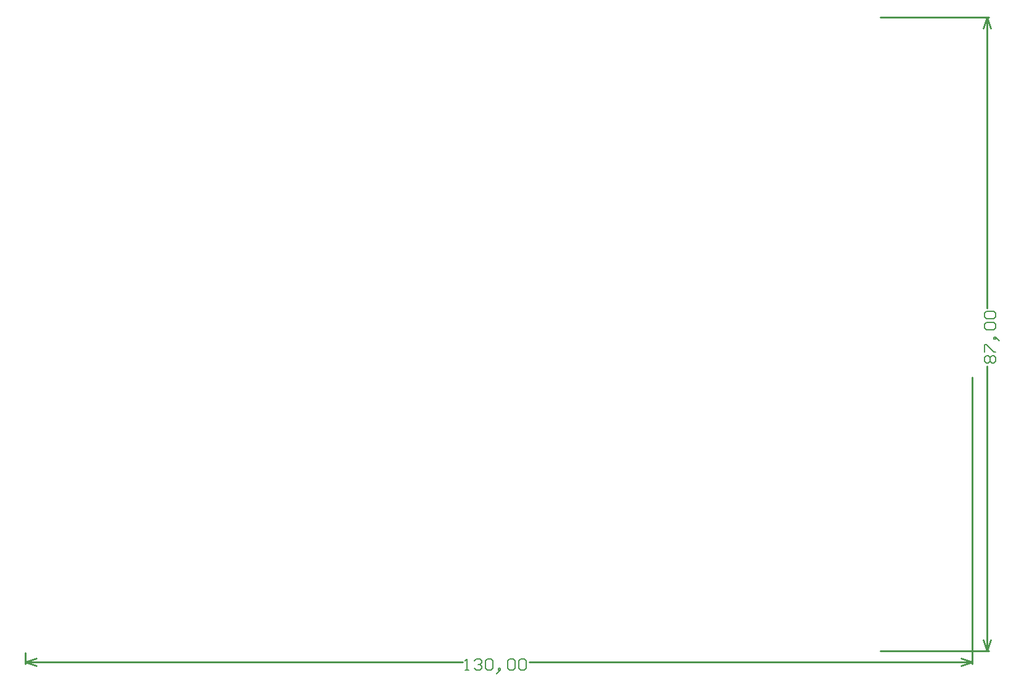
<source format=gbr>
%TF.GenerationSoftware,Altium Limited,Altium Designer,22.7.1 (60)*%
G04 Layer_Color=16776960*
%FSLAX43Y43*%
%MOMM*%
%TF.SameCoordinates,78523E66-F16A-4A5C-AB3F-0B208B4BDBBB*%
%TF.FilePolarity,Positive*%
%TF.FileFunction,Other,Top_Dims*%
%TF.Part,Single*%
G01*
G75*
%TA.AperFunction,NonConductor*%
%ADD65C,0.254*%
%ADD66C,0.152*%
D65*
X133381Y91000D02*
X148254D01*
X133381Y4000D02*
X148254D01*
X148000Y51055D02*
Y91000D01*
Y4000D02*
Y43132D01*
X147492Y89476D02*
X148000Y91000D01*
X148508Y89476D01*
X148000Y4000D02*
X148508Y5524D01*
X147492D02*
X148000Y4000D01*
X146000Y2246D02*
Y41619D01*
X16000Y2246D02*
Y3746D01*
X85190Y2500D02*
X146000D01*
X16000D02*
X75998D01*
X144476Y3008D02*
X146000Y2500D01*
X144476Y1992D02*
X146000Y2500D01*
X16000D02*
X17524Y1992D01*
X16000Y2500D02*
X17524Y3008D01*
D66*
X147898Y43539D02*
X147645Y43793D01*
Y44300D01*
X147898Y44554D01*
X148152D01*
X148406Y44300D01*
X148660Y44554D01*
X148914D01*
X149168Y44300D01*
Y43793D01*
X148914Y43539D01*
X148660D01*
X148406Y43793D01*
X148152Y43539D01*
X147898D01*
X148406Y43793D02*
Y44300D01*
X147645Y45062D02*
Y46078D01*
X147898D01*
X148914Y45062D01*
X149168D01*
X149422Y46840D02*
X149168Y47094D01*
X148914D01*
Y46840D01*
X149168D01*
Y47094D01*
X149422Y46840D01*
X149676Y46586D01*
X147898Y48109D02*
X147645Y48363D01*
Y48871D01*
X147898Y49125D01*
X148914D01*
X149168Y48871D01*
Y48363D01*
X148914Y48109D01*
X147898D01*
Y49633D02*
X147645Y49887D01*
Y50395D01*
X147898Y50648D01*
X148914D01*
X149168Y50395D01*
Y49887D01*
X148914Y49633D01*
X147898D01*
X76404Y1332D02*
X76912D01*
X76658D01*
Y2855D01*
X76404Y2602D01*
X77674D02*
X77927Y2855D01*
X78435D01*
X78689Y2602D01*
Y2348D01*
X78435Y2094D01*
X78181D01*
X78435D01*
X78689Y1840D01*
Y1586D01*
X78435Y1332D01*
X77927D01*
X77674Y1586D01*
X79197Y2602D02*
X79451Y2855D01*
X79959D01*
X80213Y2602D01*
Y1586D01*
X79959Y1332D01*
X79451D01*
X79197Y1586D01*
Y2602D01*
X80974Y1078D02*
X81228Y1332D01*
Y1586D01*
X80974D01*
Y1332D01*
X81228D01*
X80974Y1078D01*
X80721Y824D01*
X82244Y2602D02*
X82498Y2855D01*
X83006D01*
X83260Y2602D01*
Y1586D01*
X83006Y1332D01*
X82498D01*
X82244Y1586D01*
Y2602D01*
X83768D02*
X84021Y2855D01*
X84529D01*
X84783Y2602D01*
Y1586D01*
X84529Y1332D01*
X84021D01*
X83768Y1586D01*
Y2602D01*
%TF.MD5,c41d6bafded31428cfd68196d327b04d*%
M02*

</source>
